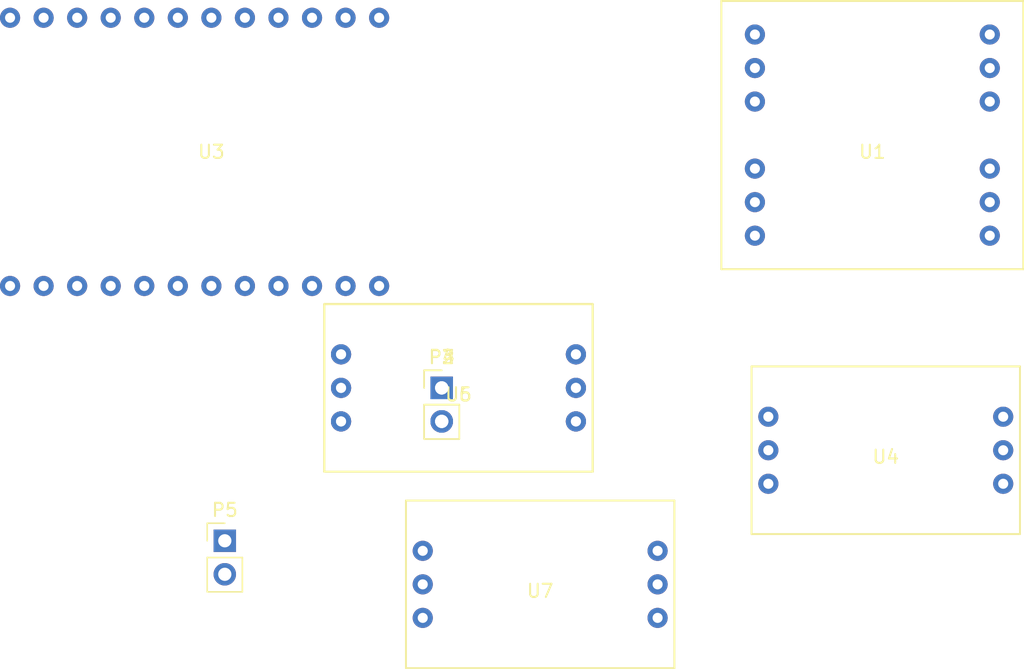
<source format=kicad_pcb>
(kicad_pcb (version 4) (host pcbnew 4.0.5)

  (general
    (links 29)
    (no_connects 24)
    (area 0 0 0 0)
    (thickness 1.6)
    (drawings 0)
    (tracks 0)
    (zones 0)
    (modules 10)
    (nets 31)
  )

  (page A4)
  (layers
    (0 F.Cu signal)
    (31 B.Cu signal)
    (32 B.Adhes user)
    (33 F.Adhes user)
    (34 B.Paste user)
    (35 F.Paste user)
    (36 B.SilkS user)
    (37 F.SilkS user)
    (38 B.Mask user)
    (39 F.Mask user)
    (40 Dwgs.User user)
    (41 Cmts.User user)
    (42 Eco1.User user)
    (43 Eco2.User user)
    (44 Edge.Cuts user)
    (45 Margin user)
    (46 B.CrtYd user)
    (47 F.CrtYd user)
    (48 B.Fab user)
    (49 F.Fab user)
  )

  (setup
    (last_trace_width 0.25)
    (trace_clearance 0.2)
    (zone_clearance 0.508)
    (zone_45_only no)
    (trace_min 0.2)
    (segment_width 0.2)
    (edge_width 0.15)
    (via_size 0.6)
    (via_drill 0.4)
    (via_min_size 0.4)
    (via_min_drill 0.3)
    (uvia_size 0.3)
    (uvia_drill 0.1)
    (uvias_allowed no)
    (uvia_min_size 0.2)
    (uvia_min_drill 0.1)
    (pcb_text_width 0.3)
    (pcb_text_size 1.5 1.5)
    (mod_edge_width 0.15)
    (mod_text_size 1 1)
    (mod_text_width 0.15)
    (pad_size 1.524 1.524)
    (pad_drill 0.762)
    (pad_to_mask_clearance 0.2)
    (aux_axis_origin 0 0)
    (visible_elements FFFFFF7F)
    (pcbplotparams
      (layerselection 0x00030_80000001)
      (usegerberextensions false)
      (excludeedgelayer true)
      (linewidth 0.100000)
      (plotframeref false)
      (viasonmask false)
      (mode 1)
      (useauxorigin false)
      (hpglpennumber 1)
      (hpglpenspeed 20)
      (hpglpendiameter 15)
      (hpglpenoverlay 2)
      (psnegative false)
      (psa4output false)
      (plotreference true)
      (plotvalue true)
      (plotinvisibletext false)
      (padsonsilk false)
      (subtractmaskfromsilk false)
      (outputformat 1)
      (mirror false)
      (drillshape 1)
      (scaleselection 1)
      (outputdirectory ""))
  )

  (net 0 "")
  (net 1 "Net-(P2-Pad1)")
  (net 2 "Net-(P2-Pad2)")
  (net 3 "Net-(P3-Pad1)")
  (net 4 "Net-(P3-Pad2)")
  (net 5 "Net-(P4-Pad1)")
  (net 6 "Net-(P4-Pad2)")
  (net 7 "Net-(P5-Pad1)")
  (net 8 "Net-(P5-Pad2)")
  (net 9 GND)
  (net 10 /SPE_RX)
  (net 11 /SPE_TX)
  (net 12 +5V)
  (net 13 /SPE_SEL_2)
  (net 14 /SPE_SEL_1)
  (net 15 "Net-(U1-Pad12)")
  (net 16 "Net-(U1-Pad11)")
  (net 17 /ISO_GND)
  (net 18 /ISO_V)
  (net 19 "Net-(U1-Pad10)")
  (net 20 "Net-(U1-Pad9)")
  (net 21 "Net-(U3-Pad15)")
  (net 22 "Net-(U3-Pad14)")
  (net 23 "Net-(U3-Pad13)")
  (net 24 "Net-(U3-Pad8)")
  (net 25 "Net-(U3-Pad9)")
  (net 26 "Net-(U3-Pad10)")
  (net 27 "Net-(U3-Pad11)")
  (net 28 "Net-(U3-Pad12)")
  (net 29 /EC_RX)
  (net 30 /EC_TX)

  (net_class Default "This is the default net class."
    (clearance 0.2)
    (trace_width 0.25)
    (via_dia 0.6)
    (via_drill 0.4)
    (uvia_dia 0.3)
    (uvia_drill 0.1)
    (add_net +5V)
    (add_net /EC_RX)
    (add_net /EC_TX)
    (add_net /ISO_GND)
    (add_net /ISO_V)
    (add_net /SPE_RX)
    (add_net /SPE_SEL_1)
    (add_net /SPE_SEL_2)
    (add_net /SPE_TX)
    (add_net GND)
    (add_net "Net-(P2-Pad1)")
    (add_net "Net-(P2-Pad2)")
    (add_net "Net-(P3-Pad1)")
    (add_net "Net-(P3-Pad2)")
    (add_net "Net-(P4-Pad1)")
    (add_net "Net-(P4-Pad2)")
    (add_net "Net-(P5-Pad1)")
    (add_net "Net-(P5-Pad2)")
    (add_net "Net-(U1-Pad10)")
    (add_net "Net-(U1-Pad11)")
    (add_net "Net-(U1-Pad12)")
    (add_net "Net-(U1-Pad9)")
    (add_net "Net-(U3-Pad10)")
    (add_net "Net-(U3-Pad11)")
    (add_net "Net-(U3-Pad12)")
    (add_net "Net-(U3-Pad13)")
    (add_net "Net-(U3-Pad14)")
    (add_net "Net-(U3-Pad15)")
    (add_net "Net-(U3-Pad8)")
    (add_net "Net-(U3-Pad9)")
  )

  (module Socket_Strips:Socket_Strip_Straight_1x02_Pitch2.54mm (layer F.Cu) (tedit 588DE956) (tstamp 5892361A)
    (at 148.5011 105.0036)
    (descr "Through hole straight socket strip, 1x02, 2.54mm pitch, single row")
    (tags "Through hole socket strip THT 1x02 2.54mm single row")
    (path /5887DF80)
    (fp_text reference P2 (at 0 -2.33) (layer F.SilkS)
      (effects (font (size 1 1) (thickness 0.15)))
    )
    (fp_text value CONN_01X02 (at 0 4.87) (layer F.Fab)
      (effects (font (size 1 1) (thickness 0.15)))
    )
    (fp_line (start -1.27 -1.27) (end -1.27 3.81) (layer F.Fab) (width 0.1))
    (fp_line (start -1.27 3.81) (end 1.27 3.81) (layer F.Fab) (width 0.1))
    (fp_line (start 1.27 3.81) (end 1.27 -1.27) (layer F.Fab) (width 0.1))
    (fp_line (start 1.27 -1.27) (end -1.27 -1.27) (layer F.Fab) (width 0.1))
    (fp_line (start -1.33 1.27) (end -1.33 3.87) (layer F.SilkS) (width 0.12))
    (fp_line (start -1.33 3.87) (end 1.33 3.87) (layer F.SilkS) (width 0.12))
    (fp_line (start 1.33 3.87) (end 1.33 1.27) (layer F.SilkS) (width 0.12))
    (fp_line (start 1.33 1.27) (end -1.33 1.27) (layer F.SilkS) (width 0.12))
    (fp_line (start -1.33 0) (end -1.33 -1.33) (layer F.SilkS) (width 0.12))
    (fp_line (start -1.33 -1.33) (end 0 -1.33) (layer F.SilkS) (width 0.12))
    (fp_line (start -1.55 -1.55) (end -1.55 4.1) (layer F.CrtYd) (width 0.05))
    (fp_line (start -1.55 4.1) (end 1.55 4.1) (layer F.CrtYd) (width 0.05))
    (fp_line (start 1.55 4.1) (end 1.55 -1.55) (layer F.CrtYd) (width 0.05))
    (fp_line (start 1.55 -1.55) (end -1.55 -1.55) (layer F.CrtYd) (width 0.05))
    (pad 1 thru_hole rect (at 0 0) (size 1.7 1.7) (drill 1) (layers *.Cu *.Mask)
      (net 1 "Net-(P2-Pad1)"))
    (pad 2 thru_hole oval (at 0 2.54) (size 1.7 1.7) (drill 1) (layers *.Cu *.Mask)
      (net 2 "Net-(P2-Pad2)"))
    (model Socket_Strips.3dshapes/Socket_Strip_Straight_1x02_Pitch2.54mm.wrl
      (at (xyz 0 -0.05 0))
      (scale (xyz 1 1 1))
      (rotate (xyz 0 0 270))
    )
  )

  (module Socket_Strips:Socket_Strip_Straight_1x02_Pitch2.54mm (layer F.Cu) (tedit 588DE956) (tstamp 58923620)
    (at 148.5011 105.0036)
    (descr "Through hole straight socket strip, 1x02, 2.54mm pitch, single row")
    (tags "Through hole socket strip THT 1x02 2.54mm single row")
    (path /5887E09B)
    (fp_text reference P3 (at 0 -2.33) (layer F.SilkS)
      (effects (font (size 1 1) (thickness 0.15)))
    )
    (fp_text value CONN_01X02 (at 0 4.87) (layer F.Fab)
      (effects (font (size 1 1) (thickness 0.15)))
    )
    (fp_line (start -1.27 -1.27) (end -1.27 3.81) (layer F.Fab) (width 0.1))
    (fp_line (start -1.27 3.81) (end 1.27 3.81) (layer F.Fab) (width 0.1))
    (fp_line (start 1.27 3.81) (end 1.27 -1.27) (layer F.Fab) (width 0.1))
    (fp_line (start 1.27 -1.27) (end -1.27 -1.27) (layer F.Fab) (width 0.1))
    (fp_line (start -1.33 1.27) (end -1.33 3.87) (layer F.SilkS) (width 0.12))
    (fp_line (start -1.33 3.87) (end 1.33 3.87) (layer F.SilkS) (width 0.12))
    (fp_line (start 1.33 3.87) (end 1.33 1.27) (layer F.SilkS) (width 0.12))
    (fp_line (start 1.33 1.27) (end -1.33 1.27) (layer F.SilkS) (width 0.12))
    (fp_line (start -1.33 0) (end -1.33 -1.33) (layer F.SilkS) (width 0.12))
    (fp_line (start -1.33 -1.33) (end 0 -1.33) (layer F.SilkS) (width 0.12))
    (fp_line (start -1.55 -1.55) (end -1.55 4.1) (layer F.CrtYd) (width 0.05))
    (fp_line (start -1.55 4.1) (end 1.55 4.1) (layer F.CrtYd) (width 0.05))
    (fp_line (start 1.55 4.1) (end 1.55 -1.55) (layer F.CrtYd) (width 0.05))
    (fp_line (start 1.55 -1.55) (end -1.55 -1.55) (layer F.CrtYd) (width 0.05))
    (pad 1 thru_hole rect (at 0 0) (size 1.7 1.7) (drill 1) (layers *.Cu *.Mask)
      (net 3 "Net-(P3-Pad1)"))
    (pad 2 thru_hole oval (at 0 2.54) (size 1.7 1.7) (drill 1) (layers *.Cu *.Mask)
      (net 4 "Net-(P3-Pad2)"))
    (model Socket_Strips.3dshapes/Socket_Strip_Straight_1x02_Pitch2.54mm.wrl
      (at (xyz 0 -0.05 0))
      (scale (xyz 1 1 1))
      (rotate (xyz 0 0 270))
    )
  )

  (module Socket_Strips:Socket_Strip_Straight_1x02_Pitch2.54mm (layer F.Cu) (tedit 588DE956) (tstamp 58923626)
    (at 148.5011 105.0036)
    (descr "Through hole straight socket strip, 1x02, 2.54mm pitch, single row")
    (tags "Through hole socket strip THT 1x02 2.54mm single row")
    (path /5887E0CE)
    (fp_text reference P4 (at 0 -2.33) (layer F.SilkS)
      (effects (font (size 1 1) (thickness 0.15)))
    )
    (fp_text value CONN_01X02 (at 0 4.87) (layer F.Fab)
      (effects (font (size 1 1) (thickness 0.15)))
    )
    (fp_line (start -1.27 -1.27) (end -1.27 3.81) (layer F.Fab) (width 0.1))
    (fp_line (start -1.27 3.81) (end 1.27 3.81) (layer F.Fab) (width 0.1))
    (fp_line (start 1.27 3.81) (end 1.27 -1.27) (layer F.Fab) (width 0.1))
    (fp_line (start 1.27 -1.27) (end -1.27 -1.27) (layer F.Fab) (width 0.1))
    (fp_line (start -1.33 1.27) (end -1.33 3.87) (layer F.SilkS) (width 0.12))
    (fp_line (start -1.33 3.87) (end 1.33 3.87) (layer F.SilkS) (width 0.12))
    (fp_line (start 1.33 3.87) (end 1.33 1.27) (layer F.SilkS) (width 0.12))
    (fp_line (start 1.33 1.27) (end -1.33 1.27) (layer F.SilkS) (width 0.12))
    (fp_line (start -1.33 0) (end -1.33 -1.33) (layer F.SilkS) (width 0.12))
    (fp_line (start -1.33 -1.33) (end 0 -1.33) (layer F.SilkS) (width 0.12))
    (fp_line (start -1.55 -1.55) (end -1.55 4.1) (layer F.CrtYd) (width 0.05))
    (fp_line (start -1.55 4.1) (end 1.55 4.1) (layer F.CrtYd) (width 0.05))
    (fp_line (start 1.55 4.1) (end 1.55 -1.55) (layer F.CrtYd) (width 0.05))
    (fp_line (start 1.55 -1.55) (end -1.55 -1.55) (layer F.CrtYd) (width 0.05))
    (pad 1 thru_hole rect (at 0 0) (size 1.7 1.7) (drill 1) (layers *.Cu *.Mask)
      (net 5 "Net-(P4-Pad1)"))
    (pad 2 thru_hole oval (at 0 2.54) (size 1.7 1.7) (drill 1) (layers *.Cu *.Mask)
      (net 6 "Net-(P4-Pad2)"))
    (model Socket_Strips.3dshapes/Socket_Strip_Straight_1x02_Pitch2.54mm.wrl
      (at (xyz 0 -0.05 0))
      (scale (xyz 1 1 1))
      (rotate (xyz 0 0 270))
    )
  )

  (module Socket_Strips:Socket_Strip_Straight_1x02_Pitch2.54mm (layer F.Cu) (tedit 588DE956) (tstamp 5892362C)
    (at 132.08 116.586)
    (descr "Through hole straight socket strip, 1x02, 2.54mm pitch, single row")
    (tags "Through hole socket strip THT 1x02 2.54mm single row")
    (path /5887E104)
    (fp_text reference P5 (at 0 -2.33) (layer F.SilkS)
      (effects (font (size 1 1) (thickness 0.15)))
    )
    (fp_text value CONN_01X02 (at 0 4.87) (layer F.Fab)
      (effects (font (size 1 1) (thickness 0.15)))
    )
    (fp_line (start -1.27 -1.27) (end -1.27 3.81) (layer F.Fab) (width 0.1))
    (fp_line (start -1.27 3.81) (end 1.27 3.81) (layer F.Fab) (width 0.1))
    (fp_line (start 1.27 3.81) (end 1.27 -1.27) (layer F.Fab) (width 0.1))
    (fp_line (start 1.27 -1.27) (end -1.27 -1.27) (layer F.Fab) (width 0.1))
    (fp_line (start -1.33 1.27) (end -1.33 3.87) (layer F.SilkS) (width 0.12))
    (fp_line (start -1.33 3.87) (end 1.33 3.87) (layer F.SilkS) (width 0.12))
    (fp_line (start 1.33 3.87) (end 1.33 1.27) (layer F.SilkS) (width 0.12))
    (fp_line (start 1.33 1.27) (end -1.33 1.27) (layer F.SilkS) (width 0.12))
    (fp_line (start -1.33 0) (end -1.33 -1.33) (layer F.SilkS) (width 0.12))
    (fp_line (start -1.33 -1.33) (end 0 -1.33) (layer F.SilkS) (width 0.12))
    (fp_line (start -1.55 -1.55) (end -1.55 4.1) (layer F.CrtYd) (width 0.05))
    (fp_line (start -1.55 4.1) (end 1.55 4.1) (layer F.CrtYd) (width 0.05))
    (fp_line (start 1.55 4.1) (end 1.55 -1.55) (layer F.CrtYd) (width 0.05))
    (fp_line (start 1.55 -1.55) (end -1.55 -1.55) (layer F.CrtYd) (width 0.05))
    (pad 1 thru_hole rect (at 0 0) (size 1.7 1.7) (drill 1) (layers *.Cu *.Mask)
      (net 7 "Net-(P5-Pad1)"))
    (pad 2 thru_hole oval (at 0 2.54) (size 1.7 1.7) (drill 1) (layers *.Cu *.Mask)
      (net 8 "Net-(P5-Pad2)"))
    (model Socket_Strips.3dshapes/Socket_Strip_Straight_1x02_Pitch2.54mm.wrl
      (at (xyz 0 -0.05 0))
      (scale (xyz 1 1 1))
      (rotate (xyz 0 0 270))
    )
  )

  (module atlas_scientific:voltage_isolator (layer F.Cu) (tedit 5890E322) (tstamp 5892363C)
    (at 179.832 85.852)
    (path /5887CFFA)
    (fp_text reference U1 (at 1.27 1.27) (layer F.SilkS)
      (effects (font (size 1 1) (thickness 0.15)))
    )
    (fp_text value VISO (at 1.27 -0.5) (layer F.Fab)
      (effects (font (size 1 1) (thickness 0.15)))
    )
    (fp_line (start 12.7 10.16) (end 12.7 -10.16) (layer F.SilkS) (width 0.15))
    (fp_line (start -10.16 10.16) (end 12.7 10.16) (layer F.SilkS) (width 0.15))
    (fp_line (start -10.16 -10.16) (end -10.16 10.16) (layer F.SilkS) (width 0.15))
    (fp_line (start 12.7 -10.16) (end -10.16 -10.16) (layer F.SilkS) (width 0.15))
    (pad 2 thru_hole circle (at -7.62 -2.54) (size 1.524 1.524) (drill 0.762) (layers *.Cu *.Mask)
      (net 9 GND))
    (pad 5 thru_hole circle (at -7.62 -5.08) (size 1.524 1.524) (drill 0.762) (layers *.Cu *.Mask)
      (net 10 /SPE_RX))
    (pad 6 thru_hole circle (at -7.62 -7.62) (size 1.524 1.524) (drill 0.762) (layers *.Cu *.Mask)
      (net 11 /SPE_TX))
    (pad 1 thru_hole circle (at -7.62 2.54) (size 1.524 1.524) (drill 0.762) (layers *.Cu *.Mask)
      (net 12 +5V))
    (pad 4 thru_hole circle (at -7.62 5.08) (size 1.524 1.524) (drill 0.762) (layers *.Cu *.Mask)
      (net 13 /SPE_SEL_2))
    (pad 3 thru_hole circle (at -7.62 7.62) (size 1.524 1.524) (drill 0.762) (layers *.Cu *.Mask)
      (net 14 /SPE_SEL_1))
    (pad 12 thru_hole circle (at 10.16 -7.62) (size 1.524 1.524) (drill 0.762) (layers *.Cu *.Mask)
      (net 15 "Net-(U1-Pad12)"))
    (pad 11 thru_hole circle (at 10.16 -5.08) (size 1.524 1.524) (drill 0.762) (layers *.Cu *.Mask)
      (net 16 "Net-(U1-Pad11)"))
    (pad 8 thru_hole circle (at 10.16 -2.54) (size 1.524 1.524) (drill 0.762) (layers *.Cu *.Mask)
      (net 17 /ISO_GND))
    (pad 7 thru_hole circle (at 10.16 2.54) (size 1.524 1.524) (drill 0.762) (layers *.Cu *.Mask)
      (net 18 /ISO_V))
    (pad 10 thru_hole circle (at 10.16 5.08) (size 1.524 1.524) (drill 0.762) (layers *.Cu *.Mask)
      (net 19 "Net-(U1-Pad10)"))
    (pad 9 thru_hole circle (at 10.16 7.62) (size 1.524 1.524) (drill 0.762) (layers *.Cu *.Mask)
      (net 20 "Net-(U1-Pad9)"))
  )

  (module atlas_scientific:serial_port_expander (layer F.Cu) (tedit 5890E5CA) (tstamp 58923658)
    (at 128.524 84.582)
    (path /5887D083)
    (fp_text reference U3 (at 2.54 2.54) (layer F.SilkS)
      (effects (font (size 1 1) (thickness 0.15)))
    )
    (fp_text value SERIAL_PORT_EXPANDER (at 2.54 -0.5) (layer F.Fab)
      (effects (font (size 1 1) (thickness 0.15)))
    )
    (pad 1 thru_hole circle (at -12.7 -7.62) (size 1.524 1.524) (drill 0.762) (layers *.Cu *.Mask)
      (net 18 /ISO_V))
    (pad 6 thru_hole circle (at -10.16 -7.62) (size 1.524 1.524) (drill 0.762) (layers *.Cu *.Mask)
      (net 16 "Net-(U1-Pad11)"))
    (pad 7 thru_hole circle (at -7.62 -7.62) (size 1.524 1.524) (drill 0.762) (layers *.Cu *.Mask)
      (net 15 "Net-(U1-Pad12)"))
    (pad 3 thru_hole circle (at -5.08 -7.62) (size 1.524 1.524) (drill 0.762) (layers *.Cu *.Mask)
      (net 20 "Net-(U1-Pad9)"))
    (pad 4 thru_hole circle (at -2.54 -7.62) (size 1.524 1.524) (drill 0.762) (layers *.Cu *.Mask)
      (net 19 "Net-(U1-Pad10)"))
    (pad 5 thru_hole circle (at 0 -7.62) (size 1.524 1.524) (drill 0.762) (layers *.Cu *.Mask)
      (net 9 GND))
    (pad ~ thru_hole circle (at 2.54 -7.62) (size 1.524 1.524) (drill 0.762) (layers *.Cu *.Mask))
    (pad 2 thru_hole circle (at 5.08 -7.62) (size 1.524 1.524) (drill 0.762) (layers *.Cu *.Mask)
      (net 17 /ISO_GND))
    (pad ~ thru_hole circle (at 7.62 -7.62) (size 1.524 1.524) (drill 0.762) (layers *.Cu *.Mask))
    (pad ~ thru_hole circle (at 10.16 -7.62) (size 1.524 1.524) (drill 0.762) (layers *.Cu *.Mask))
    (pad ~ thru_hole circle (at 12.7 -7.62) (size 1.524 1.524) (drill 0.762) (layers *.Cu *.Mask))
    (pad ~ thru_hole circle (at 12.7 12.7) (size 1.524 1.524) (drill 0.762) (layers *.Cu *.Mask))
    (pad ~ thru_hole circle (at 10.16 12.7) (size 1.524 1.524) (drill 0.762) (layers *.Cu *.Mask))
    (pad ~ thru_hole circle (at 7.62 12.7) (size 1.524 1.524) (drill 0.762) (layers *.Cu *.Mask))
    (pad 15 thru_hole circle (at 5.08 12.7) (size 1.524 1.524) (drill 0.762) (layers *.Cu *.Mask)
      (net 21 "Net-(U3-Pad15)"))
    (pad 14 thru_hole circle (at 2.54 12.7) (size 1.524 1.524) (drill 0.762) (layers *.Cu *.Mask)
      (net 22 "Net-(U3-Pad14)"))
    (pad 13 thru_hole circle (at 0 12.7) (size 1.524 1.524) (drill 0.762) (layers *.Cu *.Mask)
      (net 23 "Net-(U3-Pad13)"))
    (pad 8 thru_hole circle (at -12.7 12.7) (size 1.524 1.524) (drill 0.762) (layers *.Cu *.Mask)
      (net 24 "Net-(U3-Pad8)"))
    (pad 9 thru_hole circle (at -10.16 12.7) (size 1.524 1.524) (drill 0.762) (layers *.Cu *.Mask)
      (net 25 "Net-(U3-Pad9)"))
    (pad 10 thru_hole circle (at -7.62 12.7) (size 1.524 1.524) (drill 0.762) (layers *.Cu *.Mask)
      (net 26 "Net-(U3-Pad10)"))
    (pad 11 thru_hole circle (at -5.08 12.7) (size 1.524 1.524) (drill 0.762) (layers *.Cu *.Mask)
      (net 27 "Net-(U3-Pad11)"))
    (pad 12 thru_hole circle (at -2.54 12.7) (size 1.524 1.524) (drill 0.762) (layers *.Cu *.Mask)
      (net 28 "Net-(U3-Pad12)"))
    (pad ~ thru_hole circle (at 15.24 -7.62) (size 1.524 1.524) (drill 0.762) (layers *.Cu *.Mask))
    (pad ~ thru_hole circle (at 15.24 12.7) (size 1.524 1.524) (drill 0.762) (layers *.Cu *.Mask))
  )

  (module atlas_scientific:atlas_sensor_board (layer F.Cu) (tedit 5890E133) (tstamp 58923662)
    (at 180.848 109.728)
    (path /5887CF5A)
    (fp_text reference U4 (at 1.27 0.5) (layer F.SilkS)
      (effects (font (size 1 1) (thickness 0.15)))
    )
    (fp_text value ATLAS_SENSOR (at 1.27 -2.54) (layer F.Fab)
      (effects (font (size 1 1) (thickness 0.15)))
    )
    (fp_line (start -8.89 6.35) (end -8.89 -6.35) (layer F.SilkS) (width 0.15))
    (fp_line (start 11.43 6.35) (end -8.89 6.35) (layer F.SilkS) (width 0.15))
    (fp_line (start 11.43 -6.35) (end 11.43 6.35) (layer F.SilkS) (width 0.15))
    (fp_line (start -8.89 -6.35) (end 11.43 -6.35) (layer F.SilkS) (width 0.15))
    (pad 1 thru_hole circle (at -7.62 -2.54) (size 1.524 1.524) (drill 0.762) (layers *.Cu *.Mask)
      (net 24 "Net-(U3-Pad8)"))
    (pad 2 thru_hole circle (at -7.62 0) (size 1.524 1.524) (drill 0.762) (layers *.Cu *.Mask)
      (net 25 "Net-(U3-Pad9)"))
    (pad 4 thru_hole circle (at -7.62 2.54) (size 1.524 1.524) (drill 0.762) (layers *.Cu *.Mask)
      (net 17 /ISO_GND))
    (pad 6 thru_hole circle (at 10.16 -2.54) (size 1.524 1.524) (drill 0.762) (layers *.Cu *.Mask)
      (net 1 "Net-(P2-Pad1)"))
    (pad 5 thru_hole circle (at 10.16 0) (size 1.524 1.524) (drill 0.762) (layers *.Cu *.Mask)
      (net 2 "Net-(P2-Pad2)"))
    (pad 3 thru_hole circle (at 10.16 2.54) (size 1.524 1.524) (drill 0.762) (layers *.Cu *.Mask)
      (net 18 /ISO_V))
  )

  (module atlas_scientific:atlas_sensor_board (layer F.Cu) (tedit 5890E133) (tstamp 5892366C)
    (at 148.5011 105.0036)
    (path /5887CF7F)
    (fp_text reference U5 (at 1.27 0.5) (layer F.SilkS)
      (effects (font (size 1 1) (thickness 0.15)))
    )
    (fp_text value ATLAS_SENSOR (at 1.27 -2.54) (layer F.Fab)
      (effects (font (size 1 1) (thickness 0.15)))
    )
    (fp_line (start -8.89 6.35) (end -8.89 -6.35) (layer F.SilkS) (width 0.15))
    (fp_line (start 11.43 6.35) (end -8.89 6.35) (layer F.SilkS) (width 0.15))
    (fp_line (start 11.43 -6.35) (end 11.43 6.35) (layer F.SilkS) (width 0.15))
    (fp_line (start -8.89 -6.35) (end 11.43 -6.35) (layer F.SilkS) (width 0.15))
    (pad 1 thru_hole circle (at -7.62 -2.54) (size 1.524 1.524) (drill 0.762) (layers *.Cu *.Mask)
      (net 26 "Net-(U3-Pad10)"))
    (pad 2 thru_hole circle (at -7.62 0) (size 1.524 1.524) (drill 0.762) (layers *.Cu *.Mask)
      (net 27 "Net-(U3-Pad11)"))
    (pad 4 thru_hole circle (at -7.62 2.54) (size 1.524 1.524) (drill 0.762) (layers *.Cu *.Mask)
      (net 17 /ISO_GND))
    (pad 6 thru_hole circle (at 10.16 -2.54) (size 1.524 1.524) (drill 0.762) (layers *.Cu *.Mask)
      (net 3 "Net-(P3-Pad1)"))
    (pad 5 thru_hole circle (at 10.16 0) (size 1.524 1.524) (drill 0.762) (layers *.Cu *.Mask)
      (net 4 "Net-(P3-Pad2)"))
    (pad 3 thru_hole circle (at 10.16 2.54) (size 1.524 1.524) (drill 0.762) (layers *.Cu *.Mask)
      (net 18 /ISO_V))
  )

  (module atlas_scientific:atlas_sensor_board (layer F.Cu) (tedit 5890E133) (tstamp 58923676)
    (at 148.5011 105.0036)
    (path /5887CF9E)
    (fp_text reference U6 (at 1.27 0.5) (layer F.SilkS)
      (effects (font (size 1 1) (thickness 0.15)))
    )
    (fp_text value ATLAS_SENSOR (at 1.27 -2.54) (layer F.Fab)
      (effects (font (size 1 1) (thickness 0.15)))
    )
    (fp_line (start -8.89 6.35) (end -8.89 -6.35) (layer F.SilkS) (width 0.15))
    (fp_line (start 11.43 6.35) (end -8.89 6.35) (layer F.SilkS) (width 0.15))
    (fp_line (start 11.43 -6.35) (end 11.43 6.35) (layer F.SilkS) (width 0.15))
    (fp_line (start -8.89 -6.35) (end 11.43 -6.35) (layer F.SilkS) (width 0.15))
    (pad 1 thru_hole circle (at -7.62 -2.54) (size 1.524 1.524) (drill 0.762) (layers *.Cu *.Mask)
      (net 28 "Net-(U3-Pad12)"))
    (pad 2 thru_hole circle (at -7.62 0) (size 1.524 1.524) (drill 0.762) (layers *.Cu *.Mask)
      (net 23 "Net-(U3-Pad13)"))
    (pad 4 thru_hole circle (at -7.62 2.54) (size 1.524 1.524) (drill 0.762) (layers *.Cu *.Mask)
      (net 17 /ISO_GND))
    (pad 6 thru_hole circle (at 10.16 -2.54) (size 1.524 1.524) (drill 0.762) (layers *.Cu *.Mask)
      (net 5 "Net-(P4-Pad1)"))
    (pad 5 thru_hole circle (at 10.16 0) (size 1.524 1.524) (drill 0.762) (layers *.Cu *.Mask)
      (net 6 "Net-(P4-Pad2)"))
    (pad 3 thru_hole circle (at 10.16 2.54) (size 1.524 1.524) (drill 0.762) (layers *.Cu *.Mask)
      (net 18 /ISO_V))
  )

  (module atlas_scientific:atlas_sensor_board (layer F.Cu) (tedit 5890E133) (tstamp 58923680)
    (at 154.686 119.888)
    (path /5887CFC8)
    (fp_text reference U7 (at 1.27 0.5) (layer F.SilkS)
      (effects (font (size 1 1) (thickness 0.15)))
    )
    (fp_text value ATLAS_SENSOR (at 1.27 -2.54) (layer F.Fab)
      (effects (font (size 1 1) (thickness 0.15)))
    )
    (fp_line (start -8.89 6.35) (end -8.89 -6.35) (layer F.SilkS) (width 0.15))
    (fp_line (start 11.43 6.35) (end -8.89 6.35) (layer F.SilkS) (width 0.15))
    (fp_line (start 11.43 -6.35) (end 11.43 6.35) (layer F.SilkS) (width 0.15))
    (fp_line (start -8.89 -6.35) (end 11.43 -6.35) (layer F.SilkS) (width 0.15))
    (pad 1 thru_hole circle (at -7.62 -2.54) (size 1.524 1.524) (drill 0.762) (layers *.Cu *.Mask)
      (net 29 /EC_RX))
    (pad 2 thru_hole circle (at -7.62 0) (size 1.524 1.524) (drill 0.762) (layers *.Cu *.Mask)
      (net 30 /EC_TX))
    (pad 4 thru_hole circle (at -7.62 2.54) (size 1.524 1.524) (drill 0.762) (layers *.Cu *.Mask)
      (net 9 GND))
    (pad 6 thru_hole circle (at 10.16 -2.54) (size 1.524 1.524) (drill 0.762) (layers *.Cu *.Mask)
      (net 7 "Net-(P5-Pad1)"))
    (pad 5 thru_hole circle (at 10.16 0) (size 1.524 1.524) (drill 0.762) (layers *.Cu *.Mask)
      (net 8 "Net-(P5-Pad2)"))
    (pad 3 thru_hole circle (at 10.16 2.54) (size 1.524 1.524) (drill 0.762) (layers *.Cu *.Mask)
      (net 12 +5V))
  )

)

</source>
